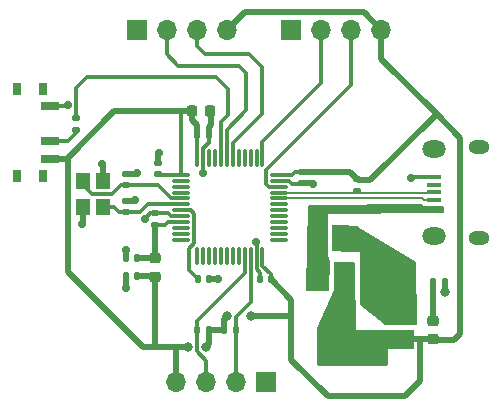
<source format=gbr>
%TF.GenerationSoftware,KiCad,Pcbnew,(6.0.1)*%
%TF.CreationDate,2022-02-23T01:52:35+01:00*%
%TF.ProjectId,stm32myPill,73746d33-326d-4795-9069-6c6c2e6b6963,rev?*%
%TF.SameCoordinates,Original*%
%TF.FileFunction,Copper,L1,Top*%
%TF.FilePolarity,Positive*%
%FSLAX46Y46*%
G04 Gerber Fmt 4.6, Leading zero omitted, Abs format (unit mm)*
G04 Created by KiCad (PCBNEW (6.0.1)) date 2022-02-23 01:52:35*
%MOMM*%
%LPD*%
G01*
G04 APERTURE LIST*
G04 Aperture macros list*
%AMRoundRect*
0 Rectangle with rounded corners*
0 $1 Rounding radius*
0 $2 $3 $4 $5 $6 $7 $8 $9 X,Y pos of 4 corners*
0 Add a 4 corners polygon primitive as box body*
4,1,4,$2,$3,$4,$5,$6,$7,$8,$9,$2,$3,0*
0 Add four circle primitives for the rounded corners*
1,1,$1+$1,$2,$3*
1,1,$1+$1,$4,$5*
1,1,$1+$1,$6,$7*
1,1,$1+$1,$8,$9*
0 Add four rect primitives between the rounded corners*
20,1,$1+$1,$2,$3,$4,$5,0*
20,1,$1+$1,$4,$5,$6,$7,0*
20,1,$1+$1,$6,$7,$8,$9,0*
20,1,$1+$1,$8,$9,$2,$3,0*%
G04 Aperture macros list end*
%TA.AperFunction,SMDPad,CuDef*%
%ADD10R,1.500000X2.000000*%
%TD*%
%TA.AperFunction,SMDPad,CuDef*%
%ADD11R,3.800000X2.000000*%
%TD*%
%TA.AperFunction,SMDPad,CuDef*%
%ADD12RoundRect,0.140000X0.140000X0.170000X-0.140000X0.170000X-0.140000X-0.170000X0.140000X-0.170000X0*%
%TD*%
%TA.AperFunction,SMDPad,CuDef*%
%ADD13R,1.300000X0.450000*%
%TD*%
%TA.AperFunction,ComponentPad*%
%ADD14O,2.000000X1.450000*%
%TD*%
%TA.AperFunction,ComponentPad*%
%ADD15O,1.800000X1.150000*%
%TD*%
%TA.AperFunction,SMDPad,CuDef*%
%ADD16RoundRect,0.140000X0.170000X-0.140000X0.170000X0.140000X-0.170000X0.140000X-0.170000X-0.140000X0*%
%TD*%
%TA.AperFunction,ComponentPad*%
%ADD17R,1.700000X1.700000*%
%TD*%
%TA.AperFunction,ComponentPad*%
%ADD18O,1.700000X1.700000*%
%TD*%
%TA.AperFunction,SMDPad,CuDef*%
%ADD19RoundRect,0.140000X-0.140000X-0.170000X0.140000X-0.170000X0.140000X0.170000X-0.140000X0.170000X0*%
%TD*%
%TA.AperFunction,SMDPad,CuDef*%
%ADD20R,0.800000X1.000000*%
%TD*%
%TA.AperFunction,SMDPad,CuDef*%
%ADD21R,1.500000X0.700000*%
%TD*%
%TA.AperFunction,SMDPad,CuDef*%
%ADD22RoundRect,0.250000X0.475000X-0.250000X0.475000X0.250000X-0.475000X0.250000X-0.475000X-0.250000X0*%
%TD*%
%TA.AperFunction,SMDPad,CuDef*%
%ADD23RoundRect,0.218750X-0.256250X0.218750X-0.256250X-0.218750X0.256250X-0.218750X0.256250X0.218750X0*%
%TD*%
%TA.AperFunction,SMDPad,CuDef*%
%ADD24RoundRect,0.075000X-0.662500X-0.075000X0.662500X-0.075000X0.662500X0.075000X-0.662500X0.075000X0*%
%TD*%
%TA.AperFunction,SMDPad,CuDef*%
%ADD25RoundRect,0.075000X-0.075000X-0.662500X0.075000X-0.662500X0.075000X0.662500X-0.075000X0.662500X0*%
%TD*%
%TA.AperFunction,SMDPad,CuDef*%
%ADD26RoundRect,0.135000X-0.185000X0.135000X-0.185000X-0.135000X0.185000X-0.135000X0.185000X0.135000X0*%
%TD*%
%TA.AperFunction,SMDPad,CuDef*%
%ADD27RoundRect,0.250000X-0.250000X-0.475000X0.250000X-0.475000X0.250000X0.475000X-0.250000X0.475000X0*%
%TD*%
%TA.AperFunction,SMDPad,CuDef*%
%ADD28RoundRect,0.135000X0.135000X0.185000X-0.135000X0.185000X-0.135000X-0.185000X0.135000X-0.185000X0*%
%TD*%
%TA.AperFunction,SMDPad,CuDef*%
%ADD29RoundRect,0.225000X-0.225000X-0.250000X0.225000X-0.250000X0.225000X0.250000X-0.225000X0.250000X0*%
%TD*%
%TA.AperFunction,SMDPad,CuDef*%
%ADD30R,1.200000X1.400000*%
%TD*%
%TA.AperFunction,SMDPad,CuDef*%
%ADD31RoundRect,0.135000X0.185000X-0.135000X0.185000X0.135000X-0.185000X0.135000X-0.185000X-0.135000X0*%
%TD*%
%TA.AperFunction,SMDPad,CuDef*%
%ADD32RoundRect,0.140000X-0.170000X0.140000X-0.170000X-0.140000X0.170000X-0.140000X0.170000X0.140000X0*%
%TD*%
%TA.AperFunction,SMDPad,CuDef*%
%ADD33RoundRect,0.135000X-0.135000X-0.185000X0.135000X-0.185000X0.135000X0.185000X-0.135000X0.185000X0*%
%TD*%
%TA.AperFunction,ViaPad*%
%ADD34C,0.700000*%
%TD*%
%TA.AperFunction,ViaPad*%
%ADD35C,0.800000*%
%TD*%
%TA.AperFunction,Conductor*%
%ADD36C,0.300000*%
%TD*%
%TA.AperFunction,Conductor*%
%ADD37C,0.500000*%
%TD*%
%TA.AperFunction,Conductor*%
%ADD38C,0.200000*%
%TD*%
G04 APERTURE END LIST*
D10*
%TO.P,U1,1,GND*%
%TO.N,GND*%
X109996000Y-85750000D03*
%TO.P,U1,2,VO*%
%TO.N,+3V3*%
X107696000Y-85750000D03*
D11*
X107696000Y-92050000D03*
D10*
%TO.P,U1,3,VI*%
%TO.N,VBUS*%
X105396000Y-85750000D03*
%TD*%
D12*
%TO.P,C6,1*%
%TO.N,+3V3*%
X101480000Y-86106000D03*
%TO.P,C6,2*%
%TO.N,GND*%
X100520000Y-86106000D03*
%TD*%
D13*
%TO.P,J1,1,VBUS*%
%TO.N,VBUS*%
X115245000Y-80045000D03*
%TO.P,J1,2,D-*%
%TO.N,/USB_D-*%
X115245000Y-79395000D03*
%TO.P,J1,3,D+*%
%TO.N,/USB_D+*%
X115245000Y-78745000D03*
%TO.P,J1,4,ID*%
%TO.N,unconnected-(J1-Pad4)*%
X115245000Y-78095000D03*
%TO.P,J1,5,GND*%
%TO.N,GND*%
X115245000Y-77445000D03*
D14*
%TO.P,J1,6,Shield*%
%TO.N,N/C*%
X115295000Y-75020000D03*
X115295000Y-82470000D03*
D15*
X119095000Y-82620000D03*
X119095000Y-74870000D03*
%TD*%
D16*
%TO.P,C4,1*%
%TO.N,+3V3*%
X91948000Y-77216000D03*
%TO.P,C4,2*%
%TO.N,GND*%
X91948000Y-76256000D03*
%TD*%
D17*
%TO.P,J4,1,Pin_1*%
%TO.N,GND*%
X101080000Y-94750000D03*
D18*
%TO.P,J4,2,Pin_2*%
%TO.N,/I2C2_SDA*%
X98540000Y-94750000D03*
%TO.P,J4,3,Pin_3*%
%TO.N,/I2C2_SCL*%
X96000000Y-94750000D03*
%TO.P,J4,4,Pin_4*%
%TO.N,+3V3*%
X93460000Y-94750000D03*
%TD*%
D19*
%TO.P,C11,1*%
%TO.N,/NRST*%
X95278000Y-86106000D03*
%TO.P,C11,2*%
%TO.N,GND*%
X96238000Y-86106000D03*
%TD*%
D17*
%TO.P,J3,1,Pin_1*%
%TO.N,GND*%
X103210000Y-65000000D03*
D18*
%TO.P,J3,2,Pin_2*%
%TO.N,/SWCLK*%
X105750000Y-65000000D03*
%TO.P,J3,3,Pin_3*%
%TO.N,/SWDIO*%
X108290000Y-65000000D03*
%TO.P,J3,4,Pin_4*%
%TO.N,+3V3*%
X110830000Y-65000000D03*
%TD*%
D20*
%TO.P,SW1,*%
%TO.N,*%
X82154000Y-77310000D03*
X79944000Y-77310000D03*
X79944000Y-70010000D03*
X82154000Y-70010000D03*
D21*
%TO.P,SW1,1,A*%
%TO.N,GND*%
X82804000Y-71410000D03*
%TO.P,SW1,2,B*%
%TO.N,/SW_BOOT0*%
X82804000Y-74410000D03*
%TO.P,SW1,3,C*%
%TO.N,+3V3*%
X82804000Y-75910000D03*
%TD*%
D12*
%TO.P,C9,1*%
%TO.N,+3.3VA*%
X90142000Y-84328000D03*
%TO.P,C9,2*%
%TO.N,GND*%
X89182000Y-84328000D03*
%TD*%
D22*
%TO.P,C2,1*%
%TO.N,+3V3*%
X112776000Y-91120000D03*
%TO.P,C2,2*%
%TO.N,GND*%
X112776000Y-89220000D03*
%TD*%
D23*
%TO.P,D1,1,K*%
%TO.N,/PWR_LED_K*%
X115200000Y-89612500D03*
%TO.P,D1,2,A*%
%TO.N,+3V3*%
X115200000Y-91187500D03*
%TD*%
D12*
%TO.P,C10,1*%
%TO.N,+3V3*%
X90142000Y-85852000D03*
%TO.P,C10,2*%
%TO.N,GND*%
X89182000Y-85852000D03*
%TD*%
D24*
%TO.P,U2,1,VBAT*%
%TO.N,+3V3*%
X93837500Y-77250000D03*
%TO.P,U2,2,PC13*%
%TO.N,unconnected-(U2-Pad2)*%
X93837500Y-77750000D03*
%TO.P,U2,3,PC14*%
%TO.N,unconnected-(U2-Pad3)*%
X93837500Y-78250000D03*
%TO.P,U2,4,PC15*%
%TO.N,unconnected-(U2-Pad4)*%
X93837500Y-78750000D03*
%TO.P,U2,5,PD0*%
%TO.N,/HSE_IN*%
X93837500Y-79250000D03*
%TO.P,U2,6,PD1*%
%TO.N,/HSE_OUT*%
X93837500Y-79750000D03*
%TO.P,U2,7,NRST*%
%TO.N,/NRST*%
X93837500Y-80250000D03*
%TO.P,U2,8,VSSA*%
%TO.N,GND*%
X93837500Y-80750000D03*
%TO.P,U2,9,VDDA*%
%TO.N,+3.3VA*%
X93837500Y-81250000D03*
%TO.P,U2,10,PA0*%
%TO.N,unconnected-(U2-Pad10)*%
X93837500Y-81750000D03*
%TO.P,U2,11,PA1*%
%TO.N,unconnected-(U2-Pad11)*%
X93837500Y-82250000D03*
%TO.P,U2,12,PA2*%
%TO.N,unconnected-(U2-Pad12)*%
X93837500Y-82750000D03*
D25*
%TO.P,U2,13,PA3*%
%TO.N,unconnected-(U2-Pad13)*%
X95250000Y-84162500D03*
%TO.P,U2,14,PA4*%
%TO.N,unconnected-(U2-Pad14)*%
X95750000Y-84162500D03*
%TO.P,U2,15,PA5*%
%TO.N,unconnected-(U2-Pad15)*%
X96250000Y-84162500D03*
%TO.P,U2,16,PA6*%
%TO.N,unconnected-(U2-Pad16)*%
X96750000Y-84162500D03*
%TO.P,U2,17,PA7*%
%TO.N,unconnected-(U2-Pad17)*%
X97250000Y-84162500D03*
%TO.P,U2,18,PB0*%
%TO.N,unconnected-(U2-Pad18)*%
X97750000Y-84162500D03*
%TO.P,U2,19,PB1*%
%TO.N,unconnected-(U2-Pad19)*%
X98250000Y-84162500D03*
%TO.P,U2,20,PB2*%
%TO.N,unconnected-(U2-Pad20)*%
X98750000Y-84162500D03*
%TO.P,U2,21,PB10*%
%TO.N,/I2C2_SCL*%
X99250000Y-84162500D03*
%TO.P,U2,22,PB11*%
%TO.N,/I2C2_SDA*%
X99750000Y-84162500D03*
%TO.P,U2,23,VSS*%
%TO.N,GND*%
X100250000Y-84162500D03*
%TO.P,U2,24,VDD*%
%TO.N,+3V3*%
X100750000Y-84162500D03*
D24*
%TO.P,U2,25,PB12*%
%TO.N,unconnected-(U2-Pad25)*%
X102162500Y-82750000D03*
%TO.P,U2,26,PB13*%
%TO.N,unconnected-(U2-Pad26)*%
X102162500Y-82250000D03*
%TO.P,U2,27,PB14*%
%TO.N,unconnected-(U2-Pad27)*%
X102162500Y-81750000D03*
%TO.P,U2,28,PB15*%
%TO.N,unconnected-(U2-Pad28)*%
X102162500Y-81250000D03*
%TO.P,U2,29,PA8*%
%TO.N,unconnected-(U2-Pad29)*%
X102162500Y-80750000D03*
%TO.P,U2,30,PA9*%
%TO.N,unconnected-(U2-Pad30)*%
X102162500Y-80250000D03*
%TO.P,U2,31,PA10*%
%TO.N,unconnected-(U2-Pad31)*%
X102162500Y-79750000D03*
%TO.P,U2,32,PA11*%
%TO.N,/USB_D-*%
X102162500Y-79250000D03*
%TO.P,U2,33,PA12*%
%TO.N,/USB_D+*%
X102162500Y-78750000D03*
%TO.P,U2,34,PA13*%
%TO.N,/SWDIO*%
X102162500Y-78250000D03*
%TO.P,U2,35,VSS*%
%TO.N,GND*%
X102162500Y-77750000D03*
%TO.P,U2,36,VDD*%
%TO.N,+3V3*%
X102162500Y-77250000D03*
D25*
%TO.P,U2,37,PA14*%
%TO.N,/SWCLK*%
X100750000Y-75837500D03*
%TO.P,U2,38,PA15*%
%TO.N,unconnected-(U2-Pad38)*%
X100250000Y-75837500D03*
%TO.P,U2,39,PB3*%
%TO.N,unconnected-(U2-Pad39)*%
X99750000Y-75837500D03*
%TO.P,U2,40,PB4*%
%TO.N,unconnected-(U2-Pad40)*%
X99250000Y-75837500D03*
%TO.P,U2,41,PB5*%
%TO.N,unconnected-(U2-Pad41)*%
X98750000Y-75837500D03*
%TO.P,U2,42,PB6*%
%TO.N,/USART1_TX*%
X98250000Y-75837500D03*
%TO.P,U2,43,PB7*%
%TO.N,/USART1_RX*%
X97750000Y-75837500D03*
%TO.P,U2,44,BOOT0*%
%TO.N,/BOOT0*%
X97250000Y-75837500D03*
%TO.P,U2,45,PB8*%
%TO.N,unconnected-(U2-Pad45)*%
X96750000Y-75837500D03*
%TO.P,U2,46,PB9*%
%TO.N,unconnected-(U2-Pad46)*%
X96250000Y-75837500D03*
%TO.P,U2,47,VSS*%
%TO.N,GND*%
X95750000Y-75837500D03*
%TO.P,U2,48,VDD*%
%TO.N,+3V3*%
X95250000Y-75837500D03*
%TD*%
D26*
%TO.P,R3,1*%
%TO.N,+3V3*%
X108800000Y-77630000D03*
%TO.P,R3,2*%
%TO.N,/USB_D+*%
X108800000Y-78650000D03*
%TD*%
D27*
%TO.P,C1,1*%
%TO.N,VBUS*%
X105476000Y-82550000D03*
%TO.P,C1,2*%
%TO.N,GND*%
X107376000Y-82550000D03*
%TD*%
D16*
%TO.P,C12,1*%
%TO.N,/HSE_IN*%
X89194000Y-78138000D03*
%TO.P,C12,2*%
%TO.N,GND*%
X89194000Y-77178000D03*
%TD*%
D28*
%TO.P,R1,1*%
%TO.N,GND*%
X116200000Y-86360000D03*
%TO.P,R1,2*%
%TO.N,/PWR_LED_K*%
X115180000Y-86360000D03*
%TD*%
D17*
%TO.P,J2,1,Pin_1*%
%TO.N,GND*%
X90120000Y-65000000D03*
D18*
%TO.P,J2,2,Pin_2*%
%TO.N,/USART1_RX*%
X92660000Y-65000000D03*
%TO.P,J2,3,Pin_3*%
%TO.N,/USART1_TX*%
X95200000Y-65000000D03*
%TO.P,J2,4,Pin_4*%
%TO.N,+3V3*%
X97740000Y-65000000D03*
%TD*%
D29*
%TO.P,C3,1*%
%TO.N,+3V3*%
X94800000Y-71882000D03*
%TO.P,C3,2*%
%TO.N,GND*%
X96350000Y-71882000D03*
%TD*%
D30*
%TO.P,Y1,1,1*%
%TO.N,/HSE_IN*%
X85550000Y-77800000D03*
%TO.P,Y1,2,2*%
%TO.N,GND*%
X85550000Y-80000000D03*
%TO.P,Y1,3,3*%
%TO.N,/HSE_OUT*%
X87250000Y-80000000D03*
%TO.P,Y1,4,4*%
%TO.N,GND*%
X87250000Y-77800000D03*
%TD*%
D31*
%TO.P,R2,1*%
%TO.N,/SW_BOOT0*%
X85000000Y-73420000D03*
%TO.P,R2,2*%
%TO.N,/BOOT0*%
X85000000Y-72400000D03*
%TD*%
D28*
%TO.P,R4,1*%
%TO.N,+3V3*%
X96224000Y-90416000D03*
%TO.P,R4,2*%
%TO.N,/I2C2_SCL*%
X95204000Y-90416000D03*
%TD*%
D16*
%TO.P,C8,1*%
%TO.N,+3.3VA*%
X91694000Y-81480000D03*
%TO.P,C8,2*%
%TO.N,GND*%
X91694000Y-80520000D03*
%TD*%
D32*
%TO.P,C7,1*%
%TO.N,+3V3*%
X104140000Y-77020000D03*
%TO.P,C7,2*%
%TO.N,GND*%
X104140000Y-77980000D03*
%TD*%
D23*
%TO.P,FB1,1*%
%TO.N,+3.3VA*%
X91694000Y-84302500D03*
%TO.P,FB1,2*%
%TO.N,+3V3*%
X91694000Y-85877500D03*
%TD*%
D33*
%TO.P,R5,1*%
%TO.N,+3V3*%
X97490000Y-90416000D03*
%TO.P,R5,2*%
%TO.N,/I2C2_SDA*%
X98510000Y-90416000D03*
%TD*%
D16*
%TO.P,C13,1*%
%TO.N,/HSE_OUT*%
X89194000Y-80396000D03*
%TO.P,C13,2*%
%TO.N,GND*%
X89194000Y-79436000D03*
%TD*%
D19*
%TO.P,C5,1*%
%TO.N,+3V3*%
X95250000Y-73914000D03*
%TO.P,C5,2*%
%TO.N,GND*%
X96210000Y-73914000D03*
%TD*%
D34*
%TO.N,GND*%
X100200000Y-82900000D03*
X90000000Y-79400000D03*
X92000000Y-75400000D03*
X112700000Y-87900000D03*
X108600000Y-83100000D03*
X95700000Y-77100000D03*
D35*
X116200000Y-87200000D03*
D34*
X84300000Y-71300000D03*
X97000000Y-86100000D03*
X108600000Y-82200000D03*
X110500000Y-87400000D03*
X90100000Y-77100000D03*
X89200000Y-83600000D03*
X109500000Y-87400000D03*
X85500000Y-81400000D03*
X113300000Y-77500000D03*
X87200000Y-76300000D03*
X89200000Y-86800000D03*
X105000000Y-78000000D03*
X90820413Y-80959065D03*
D35*
%TO.N,+3V3*%
X97766449Y-89195747D03*
X94454500Y-91787301D03*
X96000000Y-91800000D03*
X99800000Y-89200000D03*
%TD*%
D36*
%TO.N,GND*%
X100250000Y-84162500D02*
X100250000Y-85250000D01*
X93837500Y-80750000D02*
X92999639Y-80750000D01*
X100250000Y-82950000D02*
X100200000Y-82900000D01*
D37*
X116200000Y-86360000D02*
X116200000Y-87200000D01*
D36*
X92750000Y-80500000D02*
X91714000Y-80500000D01*
D37*
X89200000Y-86800000D02*
X89182000Y-86782000D01*
X85550000Y-81350000D02*
X85500000Y-81400000D01*
X89182000Y-86782000D02*
X89182000Y-85852000D01*
D36*
X84190000Y-71410000D02*
X84300000Y-71300000D01*
D37*
X96200000Y-73200000D02*
X96200000Y-73904000D01*
D36*
X103000361Y-77750000D02*
X103250000Y-77999639D01*
D37*
X96400000Y-71932000D02*
X96400000Y-73000000D01*
X90100000Y-77100000D02*
X90022000Y-77178000D01*
X96238000Y-86106000D02*
X96994000Y-86106000D01*
D36*
X115245000Y-77445000D02*
X113355000Y-77445000D01*
X91694000Y-80520000D02*
X91259478Y-80520000D01*
D37*
X89182000Y-84328000D02*
X89182000Y-83618000D01*
D36*
X95750000Y-75837500D02*
X95750000Y-74999639D01*
D37*
X85550000Y-80000000D02*
X85550000Y-81350000D01*
X104140000Y-77980000D02*
X104980000Y-77980000D01*
X89182000Y-83618000D02*
X89200000Y-83600000D01*
X90022000Y-77178000D02*
X89194000Y-77178000D01*
X96994000Y-86106000D02*
X97000000Y-86100000D01*
D36*
X100250000Y-85250000D02*
X100520000Y-85520000D01*
X95750000Y-74999639D02*
X96210000Y-74539639D01*
D37*
X87250000Y-76350000D02*
X87200000Y-76300000D01*
X91948000Y-75452000D02*
X92000000Y-75400000D01*
D36*
X113355000Y-77445000D02*
X113300000Y-77500000D01*
D37*
X91948000Y-76256000D02*
X91948000Y-75452000D01*
D36*
X100250000Y-84162500D02*
X100250000Y-82950000D01*
D37*
X96400000Y-73000000D02*
X96200000Y-73200000D01*
D36*
X102162500Y-77750000D02*
X103000361Y-77750000D01*
D37*
X104980000Y-77980000D02*
X105000000Y-78000000D01*
D36*
X92750000Y-80500361D02*
X92750000Y-80500000D01*
X103250000Y-78000000D02*
X104120000Y-78000000D01*
X100520000Y-85520000D02*
X100520000Y-86106000D01*
X96210000Y-74539639D02*
X96210000Y-73914000D01*
X95750000Y-77050000D02*
X95700000Y-77100000D01*
X91259478Y-80520000D02*
X90820413Y-80959065D01*
D37*
X96200000Y-73904000D02*
X96210000Y-73914000D01*
D36*
X95750000Y-75837500D02*
X95750000Y-77050000D01*
D37*
X89194000Y-79436000D02*
X89964000Y-79436000D01*
X87250000Y-77800000D02*
X87250000Y-76350000D01*
D36*
X91714000Y-80500000D02*
X91694000Y-80520000D01*
X103250000Y-77999639D02*
X103250000Y-78000000D01*
X82804000Y-71410000D02*
X84190000Y-71410000D01*
X92999639Y-80750000D02*
X92750000Y-80500361D01*
D37*
X96350000Y-71882000D02*
X96400000Y-71932000D01*
X89964000Y-79436000D02*
X90000000Y-79400000D01*
%TO.N,+3V3*%
X97490000Y-89472196D02*
X97766449Y-89195747D01*
X94800000Y-71882000D02*
X94800000Y-72600000D01*
X84300000Y-85500000D02*
X84300000Y-76100000D01*
X91694000Y-91694000D02*
X91694000Y-85877500D01*
X84110000Y-75910000D02*
X84300000Y-76100000D01*
X109900000Y-77700000D02*
X115500000Y-72100000D01*
D36*
X101480000Y-85680000D02*
X101480000Y-86106000D01*
D37*
X94441801Y-91800000D02*
X93600000Y-91800000D01*
X82804000Y-75910000D02*
X84110000Y-75910000D01*
X115500000Y-72100000D02*
X117500000Y-74100000D01*
X91800000Y-91800000D02*
X90600000Y-91800000D01*
X88218000Y-71882000D02*
X93918000Y-71882000D01*
X90600000Y-91800000D02*
X84300000Y-85500000D01*
X97490000Y-90416000D02*
X96224000Y-90416000D01*
X96224000Y-90416000D02*
X96224000Y-91576000D01*
X93460000Y-91940000D02*
X93600000Y-91800000D01*
X99240000Y-63500000D02*
X97740000Y-65000000D01*
D36*
X93837500Y-71962500D02*
X93918000Y-71882000D01*
D37*
X117000000Y-91200000D02*
X115212500Y-91200000D01*
X114080000Y-91120000D02*
X114080000Y-94720000D01*
X97490000Y-90416000D02*
X97490000Y-89472196D01*
X106300000Y-96000000D02*
X103200000Y-92900000D01*
X108800000Y-77630000D02*
X108870000Y-77700000D01*
D36*
X102162500Y-77250000D02*
X103250000Y-77250000D01*
D37*
X84300000Y-76100000D02*
X84300000Y-75800000D01*
X94454500Y-91787301D02*
X94441801Y-91800000D01*
X109330000Y-63500000D02*
X99240000Y-63500000D01*
X93460000Y-94750000D02*
X93460000Y-91940000D01*
X103200000Y-89200000D02*
X99800000Y-89200000D01*
X103200000Y-89200000D02*
X103200000Y-87826000D01*
X96224000Y-91576000D02*
X96000000Y-91800000D01*
X94800000Y-72600000D02*
X95250000Y-73050000D01*
X93918000Y-71882000D02*
X94800000Y-71882000D01*
D36*
X91982000Y-77250000D02*
X91948000Y-77216000D01*
D37*
X117500000Y-90700000D02*
X117000000Y-91200000D01*
X114080000Y-94720000D02*
X112800000Y-96000000D01*
X114080000Y-91120000D02*
X115132500Y-91120000D01*
D36*
X93837500Y-77250000D02*
X91982000Y-77250000D01*
D37*
X112776000Y-91120000D02*
X114080000Y-91120000D01*
D36*
X100750000Y-84950000D02*
X101480000Y-85680000D01*
D37*
X112800000Y-96000000D02*
X106300000Y-96000000D01*
X108870000Y-77700000D02*
X109900000Y-77700000D01*
X93600000Y-91800000D02*
X91800000Y-91800000D01*
X115212500Y-91200000D02*
X115200000Y-91187500D01*
D36*
X100750000Y-84162500D02*
X100750000Y-84950000D01*
X95250000Y-75837500D02*
X95250000Y-73914000D01*
D37*
X108190000Y-77020000D02*
X108800000Y-77630000D01*
X91800000Y-91800000D02*
X91694000Y-91694000D01*
D36*
X103250000Y-77250000D02*
X103500000Y-77000000D01*
D37*
X90142000Y-85852000D02*
X91668500Y-85852000D01*
X110830000Y-67430000D02*
X115500000Y-72100000D01*
X91668500Y-85852000D02*
X91694000Y-85877500D01*
X104140000Y-77020000D02*
X108190000Y-77020000D01*
X103200000Y-92900000D02*
X103200000Y-89200000D01*
X84300000Y-75800000D02*
X88218000Y-71882000D01*
X103200000Y-87826000D02*
X101480000Y-86106000D01*
X95250000Y-73050000D02*
X95250000Y-73914000D01*
X110830000Y-65000000D02*
X109330000Y-63500000D01*
D36*
X93837500Y-77250000D02*
X93837500Y-71962500D01*
D37*
X117500000Y-74100000D02*
X117500000Y-90700000D01*
D36*
X103500000Y-77000000D02*
X104120000Y-77000000D01*
D37*
X110830000Y-65000000D02*
X110830000Y-67430000D01*
%TO.N,+3.3VA*%
X90167500Y-84302500D02*
X90142000Y-84328000D01*
D36*
X92750000Y-81250000D02*
X92500000Y-81500000D01*
D37*
X91694000Y-84302500D02*
X90167500Y-84302500D01*
X91694000Y-81480000D02*
X91694000Y-84302500D01*
D36*
X92500000Y-81500000D02*
X91714000Y-81500000D01*
X93837500Y-81250000D02*
X92750000Y-81250000D01*
%TO.N,/NRST*%
X94675361Y-80250000D02*
X94999159Y-80573798D01*
X94500000Y-83500000D02*
X94500000Y-85328000D01*
X93837500Y-80250000D02*
X94675361Y-80250000D01*
X94999159Y-83000841D02*
X94500000Y-83500000D01*
X94500000Y-85328000D02*
X95278000Y-86106000D01*
X94999159Y-80573798D02*
X94999159Y-83000841D01*
%TO.N,/HSE_IN*%
X93837500Y-79250000D02*
X92999639Y-79250000D01*
X89194000Y-78138000D02*
X88762000Y-78138000D01*
X91887639Y-78138000D02*
X89194000Y-78138000D01*
X88050489Y-78849511D02*
X86300489Y-78849511D01*
X92999639Y-79250000D02*
X91887639Y-78138000D01*
X85550000Y-78099022D02*
X85550000Y-77800000D01*
X88762000Y-78138000D02*
X88050489Y-78849511D01*
X86300489Y-78849511D02*
X85550000Y-78099022D01*
%TO.N,/HSE_OUT*%
X91050000Y-79750000D02*
X90400000Y-80400000D01*
X88596000Y-80396000D02*
X88200000Y-80000000D01*
X93837500Y-79750000D02*
X91050000Y-79750000D01*
X89194000Y-80396000D02*
X88596000Y-80396000D01*
X88200000Y-80000000D02*
X87250000Y-80000000D01*
X90400000Y-80400000D02*
X89198000Y-80400000D01*
X89198000Y-80400000D02*
X89194000Y-80396000D01*
D37*
%TO.N,/PWR_LED_K*%
X115180000Y-89592500D02*
X115200000Y-89612500D01*
X115180000Y-86360000D02*
X115180000Y-89592500D01*
D38*
%TO.N,/USB_D-*%
X102162500Y-79250000D02*
X114295489Y-79250000D01*
X114295489Y-79250000D02*
X114440489Y-79395000D01*
X114440489Y-79395000D02*
X115245000Y-79395000D01*
%TO.N,/USB_D+*%
X102162500Y-78750000D02*
X115240000Y-78750000D01*
X115240000Y-78750000D02*
X115245000Y-78745000D01*
D36*
%TO.N,/USART1_RX*%
X97750000Y-73450000D02*
X99400000Y-71800000D01*
X99400000Y-71800000D02*
X99400000Y-68600000D01*
X97750000Y-75837500D02*
X97750000Y-73450000D01*
X98800000Y-68000000D02*
X93600000Y-68000000D01*
X99400000Y-68600000D02*
X98800000Y-68000000D01*
X92660000Y-67060000D02*
X92660000Y-65000000D01*
X93600000Y-68000000D02*
X92660000Y-67060000D01*
%TO.N,/USART1_TX*%
X95200000Y-66300000D02*
X95200000Y-65000000D01*
X100700000Y-68100000D02*
X99600000Y-67000000D01*
X100700000Y-72100000D02*
X100700000Y-68100000D01*
X98250000Y-74550000D02*
X100700000Y-72100000D01*
X99600000Y-67000000D02*
X95900000Y-67000000D01*
X95900000Y-67000000D02*
X95200000Y-66300000D01*
X98250000Y-75837500D02*
X98250000Y-74550000D01*
%TO.N,/SWCLK*%
X100750000Y-74500000D02*
X105750000Y-69500000D01*
X100750000Y-75837500D02*
X100750000Y-74500000D01*
X105750000Y-69500000D02*
X105750000Y-65000000D01*
%TO.N,/SWDIO*%
X101075480Y-76849881D02*
X108290000Y-69635361D01*
X101324639Y-78250000D02*
X101075480Y-78000841D01*
X102162500Y-78250000D02*
X101324639Y-78250000D01*
X108290000Y-69635361D02*
X108290000Y-65000000D01*
X101075480Y-78000841D02*
X101075480Y-76849881D01*
%TO.N,/I2C2_SDA*%
X98540000Y-90446000D02*
X98510000Y-90416000D01*
X98510000Y-90416000D02*
X98510000Y-89290000D01*
X98540000Y-94750000D02*
X98540000Y-90446000D01*
X98510000Y-89290000D02*
X99750000Y-88050000D01*
X99750000Y-84162500D02*
X99750000Y-88050000D01*
%TO.N,/I2C2_SCL*%
X95204000Y-92204000D02*
X96000000Y-93000000D01*
X95204000Y-90416000D02*
X95204000Y-92204000D01*
X99250000Y-85550000D02*
X99250000Y-84162500D01*
X95204000Y-90416000D02*
X95204000Y-89596000D01*
X96000000Y-93000000D02*
X96000000Y-94750000D01*
X95204000Y-89596000D02*
X99250000Y-85550000D01*
%TO.N,/SW_BOOT0*%
X84290000Y-74410000D02*
X82804000Y-74410000D01*
X85000000Y-73420000D02*
X85000000Y-73700000D01*
X85000000Y-73700000D02*
X84290000Y-74410000D01*
%TO.N,/BOOT0*%
X85900000Y-69000000D02*
X96800000Y-69000000D01*
X96800000Y-69000000D02*
X97800000Y-70000000D01*
X97250000Y-72750000D02*
X97250000Y-75837500D01*
X97800000Y-70000000D02*
X97800000Y-72200000D01*
X85000000Y-72400000D02*
X85000000Y-69900000D01*
X85000000Y-69900000D02*
X85900000Y-69000000D01*
X97800000Y-72200000D02*
X97250000Y-72750000D01*
%TD*%
%TA.AperFunction,Conductor*%
%TO.N,VBUS*%
G36*
X114216540Y-79730384D02*
G01*
X114221888Y-79733108D01*
X114238473Y-79743272D01*
X114256399Y-79756296D01*
X114268836Y-79760337D01*
X114277470Y-79763143D01*
X114295441Y-79770587D01*
X114306483Y-79776213D01*
X114306488Y-79776215D01*
X114308727Y-79777356D01*
X114308741Y-79777364D01*
X114315182Y-79780645D01*
X114314925Y-79781149D01*
X114356582Y-79806651D01*
X114414182Y-79864151D01*
X114414185Y-79864153D01*
X114422287Y-79872241D01*
X114432758Y-79876870D01*
X114432759Y-79876871D01*
X114516147Y-79913737D01*
X114516149Y-79913738D01*
X114524673Y-79917506D01*
X114550354Y-79920500D01*
X115939646Y-79920500D01*
X115943294Y-79920066D01*
X115943309Y-79920065D01*
X115961349Y-79917918D01*
X116030245Y-79929543D01*
X116081918Y-79976571D01*
X116100000Y-80041049D01*
X116100000Y-80377332D01*
X116080315Y-80444371D01*
X116027511Y-80490126D01*
X115977339Y-80501325D01*
X115273858Y-80508924D01*
X106317484Y-80605669D01*
X106317483Y-80605669D01*
X106299655Y-80605862D01*
X106300000Y-84000000D01*
X106302174Y-84007971D01*
X106445303Y-84532780D01*
X106449648Y-84567848D01*
X106402381Y-86967571D01*
X106381380Y-87034210D01*
X106327685Y-87078916D01*
X106279122Y-87089127D01*
X104528181Y-87099258D01*
X104461029Y-87079962D01*
X104414970Y-87027423D01*
X104403511Y-86971864D01*
X104501701Y-83387906D01*
X104596724Y-79919558D01*
X104618237Y-79853084D01*
X104672274Y-79808792D01*
X104719599Y-79798960D01*
X105024101Y-79796312D01*
X114159175Y-79716877D01*
X114216540Y-79730384D01*
G37*
%TD.AperFunction*%
%TD*%
%TA.AperFunction,Conductor*%
%TO.N,GND*%
G36*
X107504745Y-81500365D02*
G01*
X108769884Y-81597683D01*
X108825677Y-81615908D01*
X108838739Y-81624000D01*
X113723994Y-84650576D01*
X113770616Y-84702616D01*
X113782688Y-84755577D01*
X113799579Y-89872170D01*
X113780116Y-89939274D01*
X113727464Y-89985203D01*
X113672797Y-89996548D01*
X113459562Y-89991760D01*
X111103175Y-89938853D01*
X111036594Y-89917668D01*
X111025988Y-89909651D01*
X109044030Y-88237155D01*
X109005490Y-88178876D01*
X109000000Y-88142388D01*
X109000000Y-83800000D01*
X108987984Y-83799499D01*
X108987983Y-83799499D01*
X108053629Y-83760568D01*
X106718837Y-83704952D01*
X106652676Y-83682493D01*
X106609159Y-83627830D01*
X106600000Y-83581059D01*
X106600000Y-81624000D01*
X106619685Y-81556961D01*
X106672489Y-81511206D01*
X106724000Y-81500000D01*
X107495235Y-81500000D01*
X107504745Y-81500365D01*
G37*
%TD.AperFunction*%
%TD*%
%TA.AperFunction,Conductor*%
%TO.N,+3V3*%
G36*
X108543039Y-84619685D02*
G01*
X108588794Y-84672489D01*
X108600000Y-84724000D01*
X108600000Y-87203836D01*
X108600182Y-87206189D01*
X108600182Y-87206201D01*
X108699633Y-88495243D01*
X108700000Y-88504781D01*
X108700000Y-90400000D01*
X113476000Y-90400000D01*
X113543039Y-90419685D01*
X113588794Y-90472489D01*
X113600000Y-90524000D01*
X113600000Y-91876000D01*
X113580315Y-91943039D01*
X113527511Y-91988794D01*
X113476000Y-92000000D01*
X111400000Y-92000000D01*
X111400000Y-93276000D01*
X111380315Y-93343039D01*
X111327511Y-93388794D01*
X111276000Y-93400000D01*
X105524000Y-93400000D01*
X105456961Y-93380315D01*
X105411206Y-93327511D01*
X105400000Y-93276000D01*
X105400000Y-90225940D01*
X105410396Y-90176238D01*
X106794859Y-87011751D01*
X106800000Y-87000000D01*
X106800000Y-84724000D01*
X106819685Y-84656961D01*
X106872489Y-84611206D01*
X106924000Y-84600000D01*
X108476000Y-84600000D01*
X108543039Y-84619685D01*
G37*
%TD.AperFunction*%
%TD*%
M02*

</source>
